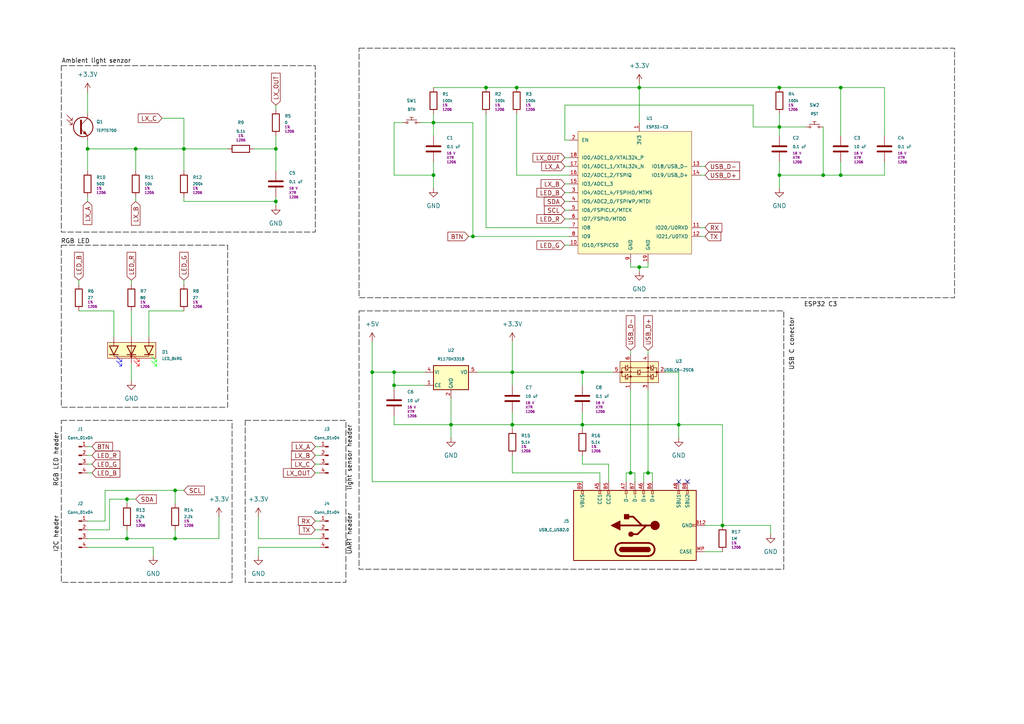
<source format=kicad_sch>
(kicad_sch (version 20231120) (generator "eeschema") (generator_version "8.0")
  (paper "A4")
  (title_block (title "AMETHIST") (date "11-05-2024") (rev "0_0") (company "GEMS - Graceful Equalising of Mechatronics Students") (comment 4 "Fakulteta za strojnistvo, Univerza v Ljublani"))
  (lib_symbols
    (symbol "GEMS_library:Capacitor" (pin_numbers hide) (pin_names (offset 0.254))
      (property "Reference" "C" (at 2.413 0 0))
      (property "Value" "Capacitor" (at 0.381 -1.524 0))
      (property "Voltage" "\"Voltage\"" (at 0 -1.27 0))
      (property "Tolerance" "\"Tolerance\"" (at 0 -2.286 0))
      (property "Case" "\"Case\"" (at 0.254 1.27 0))
      (symbol "Capacitor_1_1"
        (pin passive line (at 0 3.81 270) (length 2.794) (name "~") (number "1"))
        (pin passive line (at 0 -3.81 90) (length 2.794) (name "~") (number "2"))
      )
    )
    (symbol "GEMS_library:Conn_01x04" (pin_names (offset 1.016) hide)
      (property "Reference" "J" (at 0 3.556 0))
      (property "Value" "Conn_01x04" (at 0 -5.588 0))
      (symbol "Conn_01x04_1_1"
        (pin passive line (at 2.54 2.54 180) (length 2) (name "Pin_1") (number "1"))
        (pin passive line (at 2.54 0 180) (length 2) (name "Pin_2") (number "2"))
        (pin passive line (at 2.54 -2.54 180) (length 2) (name "Pin_3") (number "3"))
        (pin passive line (at 2.54 -5.08 180) (length 2) (name "Pin_4") (number "4"))
      )
    )
    (symbol "GEMS_library:ESP32-C3" (pin_names (offset 1.016))
      (property "Reference" "U" (at 9.652 20.574 0))
      (property "Value" "ESP32-C3" (at 7.366 -15.748 0))
      (symbol "ESP32-C3_1_1"
        (pin power_in line (at 0 22.86 270) (length 2.54) (name "3V3") (number "1"))
        (pin bidirectional line (at -20.32 -12.7 0) (length 2.54) (name "IO10/FSPICS0") (number "10"))
        (pin bidirectional line (at 17.78 -7.62 180) (length 2.54) (name "IO20/U0RXD") (number "11"))
        (pin bidirectional line (at 17.78 -10.16 180) (length 2.54) (name "IO21/U0TXD") (number "12"))
        (pin bidirectional line (at 17.78 10.16 180) (length 2.54) (name "IO18/USB_D-") (number "13"))
        (pin bidirectional line (at 17.78 7.62 180) (length 2.54) (name "IO19/USB_D+") (number "14"))
        (pin bidirectional line (at -20.32 5.08 0) (length 2.54) (name "IO3/ADC1_3") (number "15"))
        (pin bidirectional line (at -20.32 7.62 0) (length 2.54) (name "IO2/ADC1_2/FSPIQ") (number "16"))
        (pin bidirectional line (at -20.32 10.16 0) (length 2.54) (name "IO1/ADC1_1/XTAL32k_N") (number "17"))
        (pin bidirectional line (at -20.32 12.7 0) (length 2.54) (name "IO0/ADC1_0/XTAL32k_P") (number "18"))
        (pin power_in line (at 2.54 -17.78 90) (length 2.54) (name "GND") (number "19"))
        (pin input line (at -20.32 17.78 0) (length 2.54) (name "EN") (number "2"))
        (pin bidirectional line (at -20.32 2.54 0) (length 2.54) (name "IO4/ADC1_4/FSPIHD/MTMS") (number "3"))
        (pin bidirectional line (at -20.32 0 0) (length 2.54) (name "IO5/ADC2_0/FSPIWP/MTDI") (number "4"))
        (pin bidirectional line (at -20.32 -2.54 0) (length 2.54) (name "IO6/FSPICLK/MTCK") (number "5"))
        (pin bidirectional line (at -20.32 -5.08 0) (length 2.54) (name "IO7/FSPID/MTDO") (number "6"))
        (pin bidirectional line (at -20.32 -7.62 0) (length 2.54) (name "IO8") (number "7"))
        (pin bidirectional line (at -20.32 -10.16 0) (length 2.54) (name "IO9") (number "8"))
        (pin power_in line (at -2.54 -17.78 90) (length 2.54) (name "GND") (number "9"))
      )
    )
    (symbol "GEMS_library:LED_BkRG" (pin_numbers hide) (pin_names (offset 1.016) hide)
      (property "Reference" "D" (at 0.254 7.112 0))
      (property "Value" "LED_BkRG" (at -1.016 -7.366 0))
      (symbol "LED_BkRG_1_1"
        (pin passive line (at 2.54 5.08 180) (length 2.54) (name "Ablue") (number "Ab"))
        (pin passive line (at 2.54 -5.08 180) (length 2.54) (name "Agreen") (number "Ag"))
        (pin passive line (at 2.54 0 180) (length 2.54) (name "Ared") (number "Ar"))
        (pin passive line (at -5.08 0 0) (length 2.54) (name "K") (number "K"))
      )
    )
    (symbol "GEMS_library:R1170H331B" (pin_names (offset 0.254))
      (property "Reference" "U" (at 1.778 2.286 0))
      (property "Value" "R1170H331B" (at 1.778 -5.588 0))
      (symbol "R1170H331B_1_1"
        (pin input line (at -7.62 -3.81 0) (length 2.54) (name "CE") (number "1"))
        (pin power_in line (at 0 -7.62 90) (length 2.54) (name "GND") (number "2"))
        (pin no_connect line (at 5.08 -2.54 180) (length 0) hide (name "NC") (number "3"))
        (pin power_in line (at -7.62 0 0) (length 2.54) (name "VI") (number "4"))
        (pin power_out line (at 7.62 0 180) (length 2.54) (name "VO") (number "5"))
      )
    )
    (symbol "GEMS_library:Resistor" (pin_numbers hide) (pin_names (offset 0) hide)
      (property "Reference" "R" (at -0.254 -2.794 90))
      (property "Value" "Resistor" (at 0 0 90))
      (property "Tolerance" "\"Tolerance\"" (at 0.254 2.54 90))
      (property "Case" "\"Footprint\"" (at -0.254 2.54 90))
      (symbol "Resistor_1_1"
        (pin passive line (at 0 3.81 270) (length 1.27) (name "~") (number "1"))
        (pin passive line (at 0 -3.81 90) (length 1.27) (name "~") (number "2"))
      )
    )
    (symbol "GEMS_library:SW_Push_NO" (pin_numbers hide) (pin_names (offset 1.016) hide)
      (property "Reference" "SW" (at 1.27 2.54 0))
      (property "Value" "SW_Push_NO" (at 0 -0.254 0))
      (symbol "SW_Push_NO_1_1"
        (pin passive line (at 2.54 0 180) (length 1) (name "COM") (number "COM"))
        (pin passive line (at -2.54 0 0) (length 1) (name "NO") (number "NO"))
      )
    )
    (symbol "GEMS_library:TEPT5700" (pin_numbers hide) (pin_names (offset 0) hide)
      (property "Reference" "Q" (at 1.778 2.032 0))
      (property "Value" "TEPT5700" (at 4.318 -1.27 90))
      (symbol "TEPT5700_1_1"
        (pin passive line (at 2.54 2.54 270) (length 1.27) (name "C") (number "C"))
        (pin passive line (at 2.54 -5.08 90) (length 1.27) (name "E") (number "E"))
      )
    )
    (symbol "GEMS_library:USBLC6-2SC6" (pin_names hide)
      (property "Reference" "U" (at 1.778 5.842 0))
      (property "Value" "USBLC6-2SC6" (at 1.524 -5.842 0))
      (symbol "USBLC6-2SC6_1_1"
        (pin passive line (at -5.08 2.54 0) (length 2) (name "I/O1") (number "1"))
        (pin passive line (at 0 -7.62 90) (length 2) (name "GND") (number "2"))
        (pin passive line (at -5.08 -2.54 0) (length 2) (name "I/O2") (number "3"))
        (pin passive line (at 5.08 -2.54 180) (length 2) (name "I/O2") (number "4"))
        (pin passive line (at 0 7.62 270) (length 2) (name "VBUS") (number "5"))
        (pin passive line (at 5.08 2.54 180) (length 2) (name "I/O1") (number "6"))
      )
    )
    (symbol "GEMS_library:USB_C_USB2.0" (pin_names (offset 1.016))
      (property "Reference" "J" (at 8.128 18.034 0))
      (property "Value" "USB_C_USB2.0" (at 3.302 -18.034 0))
      (symbol "USB_C_USB2.0_1_1"
        (pin power_out line (at 0 -20.32 90) (length 2.54) hide (name "GND") (number "A1"))
        (pin power_out line (at 0 -20.32 90) (length 2.54) hide (name "GND") (number "A12"))
        (pin power_out line (at 12.7 15.24 180) (length 2.54) hide (name "VBUS") (number "A4"))
        (pin bidirectional line (at 12.7 10.16 180) (length 2.54) (name "CC1") (number "A5"))
        (pin bidirectional line (at 12.7 -2.54 180) (length 2.54) (name "D+") (number "A6"))
        (pin bidirectional line (at 12.7 2.54 180) (length 2.54) (name "D-") (number "A7"))
        (pin bidirectional line (at 12.7 -12.7 180) (length 2.54) (name "SBU1") (number "A8"))
        (pin power_out line (at 12.7 15.24 180) (length 2.54) hide (name "VBUS") (number "A9"))
        (pin power_out line (at 0 -20.32 90) (length 2.54) hide (name "GND") (number "B1"))
        (pin power_out line (at 0 -20.32 90) (length 2.54) (name "GND") (number "B12"))
        (pin power_out line (at 12.7 15.24 180) (length 2.54) hide (name "VBUS") (number "B4"))
        (pin bidirectional line (at 12.7 7.62 180) (length 2.54) (name "CC2") (number "B5"))
        (pin bidirectional line (at 12.7 -5.08 180) (length 2.54) (name "D+") (number "B6"))
        (pin bidirectional line (at 12.7 0 180) (length 2.54) (name "D-") (number "B7"))
        (pin bidirectional line (at 12.7 -15.24 180) (length 2.54) (name "SBU2") (number "B8"))
        (pin power_out line (at 12.7 15.24 180) (length 2.54) (name "VBUS") (number "B9"))
        (pin passive line (at -7.62 -20.32 90) (length 2.54) (name "CASE") (number "MP"))
      )
    )
    (symbol "power:+3.3V" (power) (pin_numbers hide) (pin_names (offset 0) hide)
      (property "Value" "+3.3V" (at 0 3.556 0))
      (symbol "+3.3V_1_1"
        (pin power_in line (at 0 0 90) (length 0) (name "~") (number "1"))
      )
    )
    (symbol "power:+5V" (power) (pin_numbers hide) (pin_names (offset 0) hide)
      (property "Value" "+5V" (at 0 3.556 0))
      (symbol "+5V_1_1"
        (pin power_in line (at 0 0 90) (length 0) (name "~") (number "1"))
      )
    )
    (symbol "power:GND" (power) (pin_numbers hide) (pin_names (offset 0) hide)
      (property "Value" "GND" (at 0 -3.81 0))
      (symbol "GND_1_1"
        (pin power_in line (at 0 0 270) (length 0) (name "~") (number "1"))
      )
    )
  )
  (junction (at 196.85 123.19))
  (junction (at 114.3 107.95))
  (junction (at 226.06 25.4))
  (junction (at 185.42 77.47))
  (junction (at 149.86 25.4))
  (junction (at 238.76 50.8))
  (junction (at 148.59 123.19))
  (junction (at 114.3 111.76))
  (junction (at 185.42 25.4))
  (junction (at 168.91 107.95))
  (junction (at 107.95 107.95))
  (junction (at 80.01 43.18))
  (junction (at 130.81 123.19))
  (junction (at 148.59 107.95))
  (junction (at 226.06 50.8))
  (junction (at 36.83 156.21))
  (junction (at 243.84 50.8))
  (junction (at 168.91 123.19))
  (junction (at 36.83 144.78))
  (junction (at 226.06 36.83))
  (junction (at 243.84 25.4))
  (junction (at 209.55 152.4))
  (junction (at 80.01 58.42))
  (junction (at 39.37 43.18))
  (junction (at 25.4 43.18))
  (junction (at 50.8 142.24))
  (junction (at 137.16 68.58))
  (junction (at 140.97 25.4))
  (junction (at 187.96 137.16))
  (junction (at 182.88 137.16))
  (junction (at 125.73 35.56))
  (junction (at 50.8 156.21))
  (junction (at 125.73 50.8))
  (junction (at 53.34 43.18))
  (no_connect (at 199.39 139.7))
  (no_connect (at 196.85 139.7))
  (wire (pts (xy 137.16 68.58) (xy 165.1 68.58)))
  (wire (pts (xy 39.37 57.15) (xy 39.37 58.42)))
  (wire (pts (xy 149.86 33.02) (xy 149.86 50.8)))
  (wire (pts (xy 177.8 107.95) (xy 168.91 107.95)))
  (wire (pts (xy 31.75 153.67) (xy 31.75 144.78)))
  (wire (pts (xy 91.44 137.16) (xy 92.71 137.16)))
  (wire (pts (xy 168.91 124.46) (xy 168.91 123.19)))
  (wire (pts (xy 130.81 115.57) (xy 130.81 123.19)))
  (wire (pts (xy 107.95 107.95) (xy 107.95 139.7)))
  (wire (pts (xy 182.88 101.6) (xy 182.88 102.87)))
  (wire (pts (xy 187.96 76.2) (xy 187.96 77.47)))
  (wire (pts (xy 125.73 46.99) (xy 125.73 50.8)))
  (wire (pts (xy 25.4 151.13) (xy 30.48 151.13)))
  (wire (pts (xy 114.3 35.56) (xy 114.3 50.8)))
  (wire (pts (xy 187.96 137.16) (xy 189.23 137.16)))
  (wire (pts (xy 203.2 66.04) (xy 204.47 66.04)))
  (wire (pts (xy 223.52 152.4) (xy 209.55 152.4)))
  (wire (pts (xy 256.54 50.8) (xy 243.84 50.8)))
  (wire (pts (xy 168.91 107.95) (xy 168.91 111.76)))
  (wire (pts (xy 30.48 142.24) (xy 50.8 142.24)))
  (wire (pts (xy 189.23 139.7) (xy 189.23 137.16)))
  (wire (pts (xy 140.97 25.4) (xy 149.86 25.4)))
  (wire (pts (xy 163.83 58.42) (xy 165.1 58.42)))
  (wire (pts (xy 226.06 36.83) (xy 226.06 39.37)))
  (wire (pts (xy 33.02 97.79) (xy 33.02 90.17)))
  (wire (pts (xy 25.4 137.16) (xy 26.67 137.16)))
  (wire (pts (xy 36.83 156.21) (xy 50.8 156.21)))
  (wire (pts (xy 53.34 57.15) (xy 53.34 58.42)))
  (wire (pts (xy 140.97 33.02) (xy 140.97 66.04)))
  (wire (pts (xy 22.86 90.17) (xy 33.02 90.17)))
  (wire (pts (xy 181.61 139.7) (xy 181.61 137.16)))
  (wire (pts (xy 36.83 144.78) (xy 39.37 144.78)))
  (wire (pts (xy 121.92 35.56) (xy 125.73 35.56)))
  (wire (pts (xy 114.3 107.95) (xy 114.3 111.76)))
  (wire (pts (xy 116.84 35.56) (xy 114.3 35.56)))
  (wire (pts (xy 25.4 57.15) (xy 25.4 58.42)))
  (wire (pts (xy 43.18 97.79) (xy 43.18 90.17)))
  (wire (pts (xy 91.44 132.08) (xy 92.71 132.08)))
  (wire (pts (xy 114.3 123.19) (xy 130.81 123.19)))
  (wire (pts (xy 38.1 90.17) (xy 38.1 97.79)))
  (wire (pts (xy 30.48 151.13) (xy 30.48 142.24)))
  (wire (pts (xy 114.3 111.76) (xy 123.19 111.76)))
  (wire (pts (xy 168.91 132.08) (xy 168.91 134.62)))
  (wire (pts (xy 226.06 25.4) (xy 243.84 25.4)))
  (wire (pts (xy 148.59 107.95) (xy 138.43 107.95)))
  (wire (pts (xy 50.8 142.24) (xy 53.34 142.24)))
  (wire (pts (xy 125.73 50.8) (xy 125.73 54.61)))
  (wire (pts (xy 25.4 40.64) (xy 25.4 43.18)))
  (wire (pts (xy 80.01 57.15) (xy 80.01 58.42)))
  (wire (pts (xy 203.2 68.58) (xy 204.47 68.58)))
  (wire (pts (xy 36.83 144.78) (xy 36.83 146.05)))
  (wire (pts (xy 173.99 137.16) (xy 173.99 139.7)))
  (wire (pts (xy 53.34 43.18) (xy 39.37 43.18)))
  (wire (pts (xy 80.01 43.18) (xy 80.01 49.53)))
  (wire (pts (xy 125.73 33.02) (xy 125.73 35.56)))
  (wire (pts (xy 148.59 123.19) (xy 168.91 123.19)))
  (wire (pts (xy 44.45 158.75) (xy 44.45 161.29)))
  (wire (pts (xy 25.4 134.62) (xy 26.67 134.62)))
  (wire (pts (xy 137.16 35.56) (xy 137.16 68.58)))
  (wire (pts (xy 125.73 35.56) (xy 137.16 35.56)))
  (wire (pts (xy 196.85 123.19) (xy 196.85 127)))
  (wire (pts (xy 185.42 77.47) (xy 185.42 78.74)))
  (wire (pts (xy 193.04 107.95) (xy 196.85 107.95)))
  (wire (pts (xy 25.4 129.54) (xy 26.67 129.54)))
  (wire (pts (xy 149.86 50.8) (xy 165.1 50.8)))
  (wire (pts (xy 185.42 77.47) (xy 187.96 77.47)))
  (wire (pts (xy 148.59 99.06) (xy 148.59 107.95)))
  (wire (pts (xy 38.1 81.28) (xy 38.1 82.55)))
  (wire (pts (xy 226.06 36.83) (xy 233.68 36.83)))
  (wire (pts (xy 256.54 25.4) (xy 243.84 25.4)))
  (wire (pts (xy 80.01 58.42) (xy 80.01 59.69)))
  (wire (pts (xy 125.73 25.4) (xy 140.97 25.4)))
  (wire (pts (xy 92.71 158.75) (xy 74.93 158.75)))
  (wire (pts (xy 73.66 43.18) (xy 80.01 43.18)))
  (wire (pts (xy 43.18 90.17) (xy 53.34 90.17)))
  (wire (pts (xy 53.34 81.28) (xy 53.34 82.55)))
  (wire (pts (xy 243.84 39.37) (xy 243.84 25.4)))
  (wire (pts (xy 182.88 113.03) (xy 182.88 137.16)))
  (wire (pts (xy 186.69 137.16) (xy 187.96 137.16)))
  (wire (pts (xy 114.3 120.65) (xy 114.3 123.19)))
  (wire (pts (xy 148.59 123.19) (xy 148.59 124.46)))
  (wire (pts (xy 226.06 33.02) (xy 226.06 36.83)))
  (wire (pts (xy 53.34 49.53) (xy 53.34 43.18)))
  (wire (pts (xy 163.83 53.34) (xy 165.1 53.34)))
  (wire (pts (xy 163.83 30.48) (xy 163.83 40.64)))
  (wire (pts (xy 135.89 68.58) (xy 137.16 68.58)))
  (wire (pts (xy 209.55 123.19) (xy 196.85 123.19)))
  (wire (pts (xy 36.83 153.67) (xy 36.83 156.21)))
  (wire (pts (xy 107.95 107.95) (xy 114.3 107.95)))
  (wire (pts (xy 176.53 134.62) (xy 176.53 139.7)))
  (wire (pts (xy 148.59 137.16) (xy 173.99 137.16)))
  (wire (pts (xy 148.59 107.95) (xy 148.59 111.76)))
  (wire (pts (xy 168.91 123.19) (xy 196.85 123.19)))
  (wire (pts (xy 63.5 149.86) (xy 63.5 156.21)))
  (wire (pts (xy 223.52 154.94) (xy 223.52 152.4)))
  (wire (pts (xy 226.06 50.8) (xy 238.76 50.8)))
  (wire (pts (xy 31.75 144.78) (xy 36.83 144.78)))
  (wire (pts (xy 182.88 76.2) (xy 182.88 77.47)))
  (wire (pts (xy 140.97 66.04) (xy 165.1 66.04)))
  (wire (pts (xy 25.4 153.67) (xy 31.75 153.67)))
  (wire (pts (xy 204.47 160.02) (xy 209.55 160.02)))
  (wire (pts (xy 114.3 50.8) (xy 125.73 50.8)))
  (wire (pts (xy 187.96 113.03) (xy 187.96 137.16)))
  (wire (pts (xy 168.91 119.38) (xy 168.91 123.19)))
  (wire (pts (xy 203.2 50.8) (xy 204.47 50.8)))
  (wire (pts (xy 163.83 63.5) (xy 165.1 63.5)))
  (wire (pts (xy 256.54 46.99) (xy 256.54 50.8)))
  (wire (pts (xy 114.3 107.95) (xy 123.19 107.95)))
  (wire (pts (xy 53.34 58.42) (xy 80.01 58.42)))
  (wire (pts (xy 209.55 152.4) (xy 209.55 123.19)))
  (wire (pts (xy 243.84 46.99) (xy 243.84 50.8)))
  (wire (pts (xy 39.37 43.18) (xy 25.4 43.18)))
  (wire (pts (xy 130.81 123.19) (xy 148.59 123.19)))
  (wire (pts (xy 218.44 30.48) (xy 163.83 30.48)))
  (wire (pts (xy 53.34 34.29) (xy 53.34 43.18)))
  (wire (pts (xy 148.59 132.08) (xy 148.59 137.16)))
  (wire (pts (xy 80.01 31.75) (xy 80.01 30.48)))
  (wire (pts (xy 91.44 129.54) (xy 92.71 129.54)))
  (wire (pts (xy 25.4 158.75) (xy 44.45 158.75)))
  (wire (pts (xy 25.4 26.67) (xy 25.4 33.02)))
  (wire (pts (xy 226.06 36.83) (xy 218.44 36.83)))
  (wire (pts (xy 91.44 153.67) (xy 92.71 153.67)))
  (wire (pts (xy 74.93 156.21) (xy 74.93 149.86)))
  (wire (pts (xy 204.47 48.26) (xy 203.2 48.26)))
  (wire (pts (xy 182.88 77.47) (xy 185.42 77.47)))
  (wire (pts (xy 50.8 156.21) (xy 63.5 156.21)))
  (wire (pts (xy 130.81 123.19) (xy 130.81 127)))
  (wire (pts (xy 53.34 43.18) (xy 66.04 43.18)))
  (wire (pts (xy 74.93 158.75) (xy 74.93 161.29)))
  (wire (pts (xy 243.84 50.8) (xy 238.76 50.8)))
  (wire (pts (xy 149.86 25.4) (xy 185.42 25.4)))
  (wire (pts (xy 163.83 45.72) (xy 165.1 45.72)))
  (wire (pts (xy 163.83 71.12) (xy 165.1 71.12)))
  (wire (pts (xy 168.91 107.95) (xy 148.59 107.95)))
  (wire (pts (xy 107.95 139.7) (xy 168.91 139.7)))
  (wire (pts (xy 226.06 50.8) (xy 226.06 54.61)))
  (wire (pts (xy 187.96 101.6) (xy 187.96 102.87)))
  (wire (pts (xy 25.4 132.08) (xy 26.67 132.08)))
  (wire (pts (xy 50.8 142.24) (xy 50.8 146.05)))
  (wire (pts (xy 204.47 152.4) (xy 209.55 152.4)))
  (wire (pts (xy 91.44 134.62) (xy 92.71 134.62)))
  (wire (pts (xy 46.99 34.29) (xy 53.34 34.29)))
  (wire (pts (xy 125.73 35.56) (xy 125.73 39.37)))
  (wire (pts (xy 185.42 25.4) (xy 226.06 25.4)))
  (wire (pts (xy 163.83 40.64) (xy 165.1 40.64)))
  (wire (pts (xy 38.1 105.41) (xy 38.1 110.49)))
  (wire (pts (xy 163.83 48.26) (xy 165.1 48.26)))
  (wire (pts (xy 186.69 139.7) (xy 186.69 137.16)))
  (wire (pts (xy 25.4 43.18) (xy 25.4 49.53)))
  (wire (pts (xy 25.4 156.21) (xy 36.83 156.21)))
  (wire (pts (xy 168.91 134.62) (xy 176.53 134.62)))
  (wire (pts (xy 184.15 139.7) (xy 184.15 137.16)))
  (wire (pts (xy 185.42 24.13) (xy 185.42 25.4)))
  (wire (pts (xy 114.3 111.76) (xy 114.3 113.03)))
  (wire (pts (xy 226.06 46.99) (xy 226.06 50.8)))
  (wire (pts (xy 181.61 137.16) (xy 182.88 137.16)))
  (wire (pts (xy 22.86 81.28) (xy 22.86 82.55)))
  (wire (pts (xy 39.37 49.53) (xy 39.37 43.18)))
  (wire (pts (xy 238.76 36.83) (xy 238.76 50.8)))
  (wire (pts (xy 50.8 153.67) (xy 50.8 156.21)))
  (wire (pts (xy 92.71 156.21) (xy 74.93 156.21)))
  (wire (pts (xy 91.44 151.13) (xy 92.71 151.13)))
  (wire (pts (xy 196.85 107.95) (xy 196.85 123.19)))
  (wire (pts (xy 256.54 39.37) (xy 256.54 25.4)))
  (wire (pts (xy 182.88 137.16) (xy 184.15 137.16)))
  (wire (pts (xy 163.83 55.88) (xy 165.1 55.88)))
  (wire (pts (xy 80.01 39.37) (xy 80.01 43.18)))
  (wire (pts (xy 107.95 99.06) (xy 107.95 107.95)))
  (wire (pts (xy 218.44 36.83) (xy 218.44 30.48)))
  (wire (pts (xy 185.42 25.4) (xy 185.42 35.56)))
  (wire (pts (xy 163.83 60.96) (xy 165.1 60.96)))
  (wire (pts (xy 148.59 119.38) (xy 148.59 123.19)))
  (rectangle (start 17.78 121.92) (end 67.31 168.91) (stroke (width 0) (type dash) (color 0 0 0 1)))
  (rectangle (start 104.14 90.17) (end 227.33 165.1) (stroke (width 0) (type dash) (color 0 0 0 1)))
  (rectangle (start 104.14 13.97) (end 276.86 86.36) (stroke (width 0) (type dash) (color 0 0 0 1)))
  (rectangle (start 17.78 71.12) (end 66.04 118.11) (stroke (width 0) (type dash) (color 0 0 0 1)))
  (rectangle (start 17.78 19.05) (end 91.44 67.31) (stroke (width 0) (type dash) (color 0 0 0 1)))
  (rectangle (start 71.12 121.92) (end 100.33 168.91) (stroke (width 0) (type dash) (color 0 0 0 1)))
  (text "ESP32 C3" (at 237.998 88.392 0) (effects (font (size 1.27 1.27))))
  (text "RGB LED header" (at 16.256 133.35 90) (effects (font (size 1.27 1.27))))
  (text "UART header" (at 101.346 154.94 90) (effects (font (size 1.27 1.27))))
  (text "I2C header" (at 16.256 154.94 90) (effects (font (size 1.27 1.27))))
  (text "RGB LED" (at 21.844 70.104 0) (effects (font (size 1.27 1.27))))
  (text "Ambient light senzor" (at 27.94 17.78 0) (effects (font (size 1.27 1.27))))
  (text "light sensor header" (at 101.346 132.842 90) (effects (font (size 1.27 1.27))))
  (text "USB C conector" (at 229.616 99.822 90) (effects (font (size 1.27 1.27))))
  (global_label "LED_R" (shape input) (at 38.1 81.28 90) (property "Intersheetrefs" "${INTERSHEET_REFS}" (effects (hide yes))))
  (global_label "LX_A" (shape input) (at 25.4 58.42 270) (property "Intersheetrefs" "${INTERSHEET_REFS}" (effects (hide yes))))
  (global_label "LX_B" (shape input) (at 163.83 53.34 180) (property "Intersheetrefs" "${INTERSHEET_REFS}" (effects (hide yes))))
  (global_label "RX" (shape input) (at 91.44 151.13 180) (property "Intersheetrefs" "${INTERSHEET_REFS}" (effects (hide yes))))
  (global_label "BTN" (shape input) (at 26.67 129.54 0) (property "Intersheetrefs" "${INTERSHEET_REFS}" (effects (hide yes))))
  (global_label "TX" (shape input) (at 204.47 68.58 0) (property "Intersheetrefs" "${INTERSHEET_REFS}" (effects (hide yes))))
  (global_label "LED_R" (shape input) (at 26.67 132.08 0) (property "Intersheetrefs" "${INTERSHEET_REFS}" (effects (hide yes))))
  (global_label "LED_B" (shape input) (at 163.83 55.88 180) (property "Intersheetrefs" "${INTERSHEET_REFS}" (effects (hide yes))))
  (global_label "LED_B" (shape input) (at 26.67 137.16 0) (property "Intersheetrefs" "${INTERSHEET_REFS}" (effects (hide yes))))
  (global_label "LED_G" (shape input) (at 53.34 81.28 90) (property "Intersheetrefs" "${INTERSHEET_REFS}" (effects (hide yes))))
  (global_label "SCL" (shape input) (at 53.34 142.24 0) (property "Intersheetrefs" "${INTERSHEET_REFS}" (effects (hide yes))))
  (global_label "LX_OUT" (shape input) (at 91.44 137.16 180) (property "Intersheetrefs" "${INTERSHEET_REFS}" (effects (hide yes))))
  (global_label "USB_D-" (shape input) (at 182.88 101.6 90) (property "Intersheetrefs" "${INTERSHEET_REFS}" (effects (hide yes))))
  (global_label "LED_G" (shape input) (at 163.83 71.12 180) (property "Intersheetrefs" "${INTERSHEET_REFS}" (effects (hide yes))))
  (global_label "LX_OUT" (shape input) (at 80.01 30.48 90) (property "Intersheetrefs" "${INTERSHEET_REFS}" (effects (hide yes))))
  (global_label "USB_D+" (shape input) (at 187.96 101.6 90) (property "Intersheetrefs" "${INTERSHEET_REFS}" (effects (hide yes))))
  (global_label "LX_C" (shape input) (at 91.44 134.62 180) (property "Intersheetrefs" "${INTERSHEET_REFS}" (effects (hide yes))))
  (global_label "RX" (shape input) (at 204.47 66.04 0) (property "Intersheetrefs" "${INTERSHEET_REFS}" (effects (hide yes))))
  (global_label "LX_A" (shape input) (at 91.44 129.54 180) (property "Intersheetrefs" "${INTERSHEET_REFS}" (effects (hide yes))))
  (global_label "LED_B" (shape input) (at 22.86 81.28 90) (property "Intersheetrefs" "${INTERSHEET_REFS}" (effects (hide yes))))
  (global_label "SCL" (shape input) (at 163.83 60.96 180) (property "Intersheetrefs" "${INTERSHEET_REFS}" (effects (hide yes))))
  (global_label "LED_G" (shape input) (at 26.67 134.62 0) (property "Intersheetrefs" "${INTERSHEET_REFS}" (effects (hide yes))))
  (global_label "USB_D+" (shape input) (at 204.47 50.8 0) (property "Intersheetrefs" "${INTERSHEET_REFS}" (effects (hide yes))))
  (global_label "LX_OUT" (shape input) (at 163.83 45.72 180) (property "Intersheetrefs" "${INTERSHEET_REFS}" (effects (hide yes))))
  (global_label "TX" (shape input) (at 91.44 153.67 180) (property "Intersheetrefs" "${INTERSHEET_REFS}" (effects (hide yes))))
  (global_label "USB_D-" (shape input) (at 204.47 48.26 0) (property "Intersheetrefs" "${INTERSHEET_REFS}" (effects (hide yes))))
  (global_label "LX_C" (shape input) (at 46.99 34.29 180) (property "Intersheetrefs" "${INTERSHEET_REFS}" (effects (hide yes))))
  (global_label "SDA" (shape input) (at 163.83 58.42 180) (property "Intersheetrefs" "${INTERSHEET_REFS}" (effects (hide yes))))
  (global_label "BTN" (shape input) (at 135.89 68.58 180) (property "Intersheetrefs" "${INTERSHEET_REFS}" (effects (hide yes))))
  (global_label "LX_B" (shape input) (at 91.44 132.08 180) (property "Intersheetrefs" "${INTERSHEET_REFS}" (effects (hide yes))))
  (global_label "LED_R" (shape input) (at 163.83 63.5 180) (property "Intersheetrefs" "${INTERSHEET_REFS}" (effects (hide yes))))
  (global_label "LX_B" (shape input) (at 39.37 58.42 270) (property "Intersheetrefs" "${INTERSHEET_REFS}" (effects (hide yes))))
  (global_label "SDA" (shape input) (at 39.37 144.78 0) (property "Intersheetrefs" "${INTERSHEET_REFS}" (effects (hide yes))))
  (global_label "LX_A" (shape input) (at 163.83 48.26 180) (property "Intersheetrefs" "${INTERSHEET_REFS}" (effects (hide yes))))
  (symbol (lib_id "GEMS_library:Capacitor") (at 168.91 115.57 0) (unit 1)
    (property "Reference" "C8" (at 172.72 112.395 0) (effects (font (size 0.9 0.9)) (justify left)))
    (property "Value" "0.1 uF" (at 172.72 114.935 0) (effects (font (size 0.8 0.8)) (justify left)))
    (property "Footprint" "GEMS_library:C_1206_(3216)" (effects (hide yes)))
    (property "Description" "Unpolarized capacitor" (effects (hide yes)))
    (property "Voltage" "16 V" (at 172.72 116.84 0) (effects (font (size 0.7 0.7)) (justify left)))
    (property "Tolerance" "X7R" (at 172.72 118.11 0) (effects (font (size 0.7 0.7)) (justify left)))
    (property "Case" "1206" (at 172.72 119.38 0) (effects (font (size 0.7 0.7)) (justify left)))
  )
  (symbol (lib_id "GEMS_library:Resistor") (at 209.55 156.21 0) (unit 1)
    (property "Reference" "R17" (at 212.09 154.305 0) (effects (font (size 0.889 0.889)) (justify left)))
    (property "Value" "1M" (at 212.09 156.21 0) (effects (font (size 0.7874 0.7874)) (justify left)))
    (property "Footprint" "GEMS_library:R_1206_(3216)" (effects (hide yes)))
    (property "Description" "Resistor" (effects (hide yes)))
    (property "Tolerance" "1%" (at 212.09 157.4799 0) (effects (font (size 0.7112 0.7112)) (justify left)))
    (property "Case" "1206" (at 212.09 158.7499 0) (effects (font (size 0.7112 0.7112)) (justify left)))
  )
  (symbol (lib_id "GEMS_library:SW_Push_NO") (at 236.22 36.83 0) (unit 1)
    (property "Reference" "SW2" (at 236.22 30.48 0) (effects (font (size 0.9 0.9))))
    (property "Value" "RST" (at 236.22 33.02 0) (effects (font (size 0.8 0.8))))
    (property "Footprint" "GEMS_library:SW_PUSH_6mm_SMD" (effects (hide yes)))
    (property "Datasheet" "https://www.ckswitches.com/media/1471/pts645.pdf" (effects (hide yes)))
    (property "Description" "Push button switch, generic, two pins" (effects (hide yes)))
  )
  (symbol (lib_id "power:GND") (at 223.52 154.94 0) (unit 1)
    (property "Reference" "#PWR011" (effects (hide yes)))
    (property "Value" "GND" (at 223.52 160.02 0))
    (property "Description" "Power symbol creates a global label with name \"GND\" , ground" (effects (hide yes)))
  )
  (symbol (lib_id "power:GND") (at 196.85 127 0) (unit 1)
    (property "Reference" "#PWR09" (effects (hide yes)))
    (property "Value" "GND" (at 196.85 132.08 0))
    (property "Description" "Power symbol creates a global label with name \"GND\" , ground" (effects (hide yes)))
  )
  (symbol (lib_id "GEMS_library:Resistor") (at 38.1 86.36 0) (unit 1)
    (property "Reference" "R7" (at 40.64 84.455 0) (effects (font (size 0.889 0.889)) (justify left)))
    (property "Value" "80" (at 40.64 86.36 0) (effects (font (size 0.7874 0.7874)) (justify left)))
    (property "Footprint" "GEMS_library:R_1206_(3216)" (effects (hide yes)))
    (property "Description" "Resistor" (effects (hide yes)))
    (property "Tolerance" "1%" (at 40.64 87.6299 0) (effects (font (size 0.7112 0.7112)) (justify left)))
    (property "Case" "1206" (at 40.64 88.8999 0) (effects (font (size 0.7112 0.7112)) (justify left)))
  )
  (symbol (lib_id "GEMS_library:Capacitor") (at 243.84 43.18 0) (unit 1)
    (property "Reference" "C3" (at 247.65 40.005 0) (effects (font (size 0.9 0.9)) (justify left)))
    (property "Value" "10 uF" (at 247.65 42.545 0) (effects (font (size 0.8 0.8)) (justify left)))
    (property "Footprint" "GEMS_library:C_1206_(3216)" (effects (hide yes)))
    (property "Description" "Unpolarized capacitor" (effects (hide yes)))
    (property "Voltage" "16 V" (at 247.65 44.45 0) (effects (font (size 0.7 0.7)) (justify left)))
    (property "Tolerance" "X7R" (at 247.65 45.72 0) (effects (font (size 0.7 0.7)) (justify left)))
    (property "Case" "1206" (at 247.65 46.99 0) (effects (font (size 0.7 0.7)) (justify left)))
  )
  (symbol (lib_id "GEMS_library:Capacitor") (at 256.54 43.18 0) (unit 1)
    (property "Reference" "C4" (at 260.35 40.005 0) (effects (font (size 0.9 0.9)) (justify left)))
    (property "Value" "0.1 uF" (at 260.35 42.545 0) (effects (font (size 0.8 0.8)) (justify left)))
    (property "Footprint" "GEMS_library:C_1206_(3216)" (effects (hide yes)))
    (property "Description" "Unpolarized capacitor" (effects (hide yes)))
    (property "Voltage" "16 V" (at 260.35 44.45 0) (effects (font (size 0.7 0.7)) (justify left)))
    (property "Tolerance" "X7R" (at 260.35 45.72 0) (effects (font (size 0.7 0.7)) (justify left)))
    (property "Case" "1206" (at 260.35 46.99 0) (effects (font (size 0.7 0.7)) (justify left)))
  )
  (symbol (lib_id "power:+5V") (at 107.95 99.06 0) (unit 1)
    (property "Reference" "#PWR012" (effects (hide yes)))
    (property "Value" "+5V" (at 107.95 93.98 0))
    (property "Description" "Power symbol creates a global label with name \"+5V\"" (effects (hide yes)))
  )
  (symbol (lib_id "power:GND") (at 38.1 110.49 0) (unit 1)
    (property "Reference" "#PWR03" (effects (hide yes)))
    (property "Value" "GND" (at 38.1 115.57 0))
    (property "Description" "Power symbol creates a global label with name \"GND\" , ground" (effects (hide yes)))
  )
  (symbol (lib_id "GEMS_library:Capacitor") (at 114.3 116.84 0) (unit 1)
    (property "Reference" "C6" (at 118.11 113.665 0) (effects (font (size 0.9 0.9)) (justify left)))
    (property "Value" "10 uF" (at 118.11 116.205 0) (effects (font (size 0.8 0.8)) (justify left)))
    (property "Footprint" "GEMS_library:C_1206_(3216)" (effects (hide yes)))
    (property "Description" "Unpolarized capacitor" (effects (hide yes)))
    (property "Voltage" "16 V" (at 118.11 118.11 0) (effects (font (size 0.7 0.7)) (justify left)))
    (property "Tolerance" "X7R" (at 118.11 119.38 0) (effects (font (size 0.7 0.7)) (justify left)))
    (property "Case" "1206" (at 118.11 120.65 0) (effects (font (size 0.7 0.7)) (justify left)))
  )
  (symbol (lib_id "GEMS_library:Resistor") (at 140.97 29.21 0) (unit 1)
    (property "Reference" "R2" (at 143.51 27.305 0) (effects (font (size 0.889 0.889)) (justify left)))
    (property "Value" "100k" (at 143.51 29.21 0) (effects (font (size 0.7874 0.7874)) (justify left)))
    (property "Footprint" "GEMS_library:R_1206_(3216)" (effects (hide yes)))
    (property "Description" "Resistor" (effects (hide yes)))
    (property "Tolerance" "1%" (at 143.51 30.4799 0) (effects (font (size 0.7112 0.7112)) (justify left)))
    (property "Case" "1206" (at 143.51 31.7499 0) (effects (font (size 0.7112 0.7112)) (justify left)))
  )
  (symbol (lib_id "power:+3.3V") (at 63.5 149.86 0) (unit 1)
    (property "Reference" "#PWR04" (effects (hide yes)))
    (property "Value" "+3.3V" (at 63.5 144.78 0))
    (property "Description" "Power symbol creates a global label with name \"+3.3V\"" (effects (hide yes)))
  )
  (symbol (lib_id "GEMS_library:Resistor") (at 22.86 86.36 0) (unit 1)
    (property "Reference" "R6" (at 25.4 84.455 0) (effects (font (size 0.889 0.889)) (justify left)))
    (property "Value" "27" (at 25.4 86.36 0) (effects (font (size 0.7874 0.7874)) (justify left)))
    (property "Footprint" "GEMS_library:R_1206_(3216)" (effects (hide yes)))
    (property "Description" "Resistor" (effects (hide yes)))
    (property "Tolerance" "1%" (at 25.4 87.6299 0) (effects (font (size 0.7112 0.7112)) (justify left)))
    (property "Case" "1206" (at 25.4 88.8999 0) (effects (font (size 0.7112 0.7112)) (justify left)))
  )
  (symbol (lib_id "GEMS_library:Resistor") (at 148.59 128.27 0) (unit 1)
    (property "Reference" "R15" (at 151.13 126.365 0) (effects (font (size 0.889 0.889)) (justify left)))
    (property "Value" "5.1k" (at 151.13 128.27 0) (effects (font (size 0.7874 0.7874)) (justify left)))
    (property "Footprint" "GEMS_library:R_1206_(3216)" (effects (hide yes)))
    (property "Description" "Resistor" (effects (hide yes)))
    (property "Tolerance" "1%" (at 151.13 129.5399 0) (effects (font (size 0.7112 0.7112)) (justify left)))
    (property "Case" "1206" (at 151.13 130.8099 0) (effects (font (size 0.7112 0.7112)) (justify left)))
  )
  (symbol (lib_id "GEMS_library:R1170H331B") (at 130.81 107.95 0) (unit 1)
    (property "Reference" "U2" (at 130.81 101.6 0) (effects (font (size 0.9 0.9))))
    (property "Value" "R1170H331B" (at 130.81 104.14 0) (effects (font (size 0.8 0.8))))
    (property "Footprint" "GEMS_library:SOT-89-5" (effects (hide yes)))
    (property "Datasheet" "https://eu.mouser.com/datasheet/2/294/r1170_ea-3219814.pdf" (effects (hide yes)))
    (property "Description" "Voltage Regulator, LDO, Enable controll" (effects (hide yes)))
    (property "Suplier1" "Mouser" (effects (hide yes)))
    (property "Suplier1 no." "848-R1170H331BT1FE" (effects (hide yes)))
    (property "Suplier2" "DigiKey" (effects (hide yes)))
    (property "Suplier2 no." "2129-R1170H331B-T1-FETR-ND" (effects (hide yes)))
  )
  (symbol (lib_id "GEMS_library:Conn_01x04") (at 22.86 153.67 0) (unit 1)
    (property "Reference" "J2" (at 23.2918 146.05 0) (effects (font (size 0.9 0.9))))
    (property "Value" "Conn_01x04" (at 23.2918 148.59 0) (effects (font (size 0.8 0.8))))
    (property "Footprint" "GEMS_library:PinHeader_1x04_P2.54mm_Vertical" (effects (hide yes)))
    (property "Description" "Generic connector, single row, 01x04" (effects (hide yes)))
  )
  (symbol (lib_id "power:+3.3V") (at 148.59 99.06 0) (unit 1)
    (property "Reference" "#PWR010" (effects (hide yes)))
    (property "Value" "+3.3V" (at 148.59 93.98 0))
    (property "Description" "Power symbol creates a global label with name \"+3.3V\"" (effects (hide yes)))
  )
  (symbol (lib_id "power:+3.3V") (at 74.93 149.86 0) (unit 1)
    (property "Reference" "#PWR06" (effects (hide yes)))
    (property "Value" "+3.3V" (at 74.93 144.78 0))
    (property "Description" "Power symbol creates a global label with name \"+3.3V\"" (effects (hide yes)))
  )
  (symbol (lib_id "power:GND") (at 130.81 127 0) (unit 1)
    (property "Reference" "#PWR08" (effects (hide yes)))
    (property "Value" "GND" (at 130.81 132.08 0))
    (property "Description" "Power symbol creates a global label with name \"GND\" , ground" (effects (hide yes)))
  )
  (symbol (lib_id "GEMS_library:Resistor") (at 53.34 86.36 0) (unit 1)
    (property "Reference" "R8" (at 55.88 84.455 0) (effects (font (size 0.889 0.889)) (justify left)))
    (property "Value" "27" (at 55.88 86.36 0) (effects (font (size 0.7874 0.7874)) (justify left)))
    (property "Footprint" "GEMS_library:R_1206_(3216)" (effects (hide yes)))
    (property "Description" "Resistor" (effects (hide yes)))
    (property "Tolerance" "1%" (at 55.88 87.6299 0) (effects (font (size 0.7112 0.7112)) (justify left)))
    (property "Case" "1206" (at 55.88 88.8999 0) (effects (font (size 0.7112 0.7112)) (justify left)))
  )
  (symbol (lib_id "GEMS_library:Conn_01x04") (at 95.25 153.67 0) (mirror y) (unit 1)
    (property "Reference" "J4" (at 94.8182 146.05 0) (effects (font (size 0.9 0.9))))
    (property "Value" "Conn_01x04" (at 94.8182 148.59 0) (effects (font (size 0.8 0.8))))
    (property "Footprint" "GEMS_library:PinHeader_1x04_P2.54mm_Vertical" (effects (hide yes)))
    (property "Description" "Generic connector, single row, 01x04" (effects (hide yes)))
  )
  (symbol (lib_id "power:GND") (at 226.06 54.61 0) (unit 1)
    (property "Reference" "#PWR015" (effects (hide yes)))
    (property "Value" "GND" (at 226.06 59.69 0))
    (property "Description" "Power symbol creates a global label with name \"GND\" , ground" (effects (hide yes)))
  )
  (symbol (lib_id "GEMS_library:Resistor") (at 36.83 149.86 0) (unit 1)
    (property "Reference" "R13" (at 39.37 147.955 0) (effects (font (size 0.889 0.889)) (justify left)))
    (property "Value" "2.2k" (at 39.37 149.86 0) (effects (font (size 0.7874 0.7874)) (justify left)))
    (property "Footprint" "GEMS_library:R_1206_(3216)" (effects (hide yes)))
    (property "Description" "Resistor" (effects (hide yes)))
    (property "Tolerance" "1%" (at 39.37 151.1299 0) (effects (font (size 0.7112 0.7112)) (justify left)))
    (property "Case" "1206" (at 39.37 152.3999 0) (effects (font (size 0.7112 0.7112)) (justify left)))
  )
  (symbol (lib_id "power:+3.3V") (at 25.4 26.67 0) (unit 1)
    (property "Reference" "#PWR01" (effects (hide yes)))
    (property "Value" "+3.3V" (at 25.4 21.59 0))
    (property "Description" "Power symbol creates a global label with name \"+3.3V\"" (effects (hide yes)))
  )
  (symbol (lib_id "GEMS_library:Resistor") (at 39.37 53.34 0) (unit 1)
    (property "Reference" "R11" (at 41.91 51.435 0) (effects (font (size 0.889 0.889)) (justify left)))
    (property "Value" "10k" (at 41.91 53.34 0) (effects (font (size 0.7874 0.7874)) (justify left)))
    (property "Footprint" "GEMS_library:R_1206_(3216)" (effects (hide yes)))
    (property "Description" "Resistor" (effects (hide yes)))
    (property "Tolerance" "1%" (at 41.91 54.6099 0) (effects (font (size 0.7112 0.7112)) (justify left)))
    (property "Case" "1206" (at 41.91 55.8799 0) (effects (font (size 0.7112 0.7112)) (justify left)))
  )
  (symbol (lib_id "GEMS_library:Resistor") (at 168.91 128.27 0) (unit 1)
    (property "Reference" "R16" (at 171.45 126.365 0) (effects (font (size 0.889 0.889)) (justify left)))
    (property "Value" "5.1k" (at 171.45 128.27 0) (effects (font (size 0.7874 0.7874)) (justify left)))
    (property "Footprint" "GEMS_library:R_1206_(3216)" (effects (hide yes)))
    (property "Description" "Resistor" (effects (hide yes)))
    (property "Tolerance" "1%" (at 171.45 129.5399 0) (effects (font (size 0.7112 0.7112)) (justify left)))
    (property "Case" "1206" (at 171.45 130.8099 0) (effects (font (size 0.7112 0.7112)) (justify left)))
  )
  (symbol (lib_id "GEMS_library:Conn_01x04") (at 22.86 132.08 0) (unit 1)
    (property "Reference" "J1" (at 23.2918 124.46 0) (effects (font (size 0.9 0.9))))
    (property "Value" "Conn_01x04" (at 23.2918 127 0) (effects (font (size 0.8 0.8))))
    (property "Footprint" "GEMS_library:PinHeader_1x04_P2.54mm_Vertical" (effects (hide yes)))
    (property "Description" "Generic connector, single row, 01x04" (effects (hide yes)))
  )
  (symbol (lib_id "GEMS_library:USBLC6-2SC6") (at 185.42 107.95 90) (unit 1)
    (property "Reference" "U3" (at 196.85 104.7531 90) (effects (font (size 0.9 0.9))))
    (property "Value" "USBLC6-2SC6" (at 196.85 107.2931 90) (effects (font (size 0.8 0.8))))
    (property "Footprint" "GEMS_library:SOT-23-6" (effects (hide yes)))
    (property "Datasheet" "https://www.st.com/resource/en/datasheet/usblc6-2.pdf" (effects (hide yes)))
    (property "Description" "Very low capacitance ESD protection diode, 2 data-line, SOT-23-6" (effects (hide yes)))
    (property "Suplier1" "Mouser" (effects (hide yes)))
    (property "Suplier1 no." "511-USBLC6-2SC6" (effects (hide yes)))
    (property "Suplier2" "DigiKey" (effects (hide yes)))
    (property "Suplier2 no." "497-5235-2-ND" (effects (hide yes)))
  )
  (symbol (lib_id "GEMS_library:USB_C_USB2.0") (at 184.15 152.4 90) (unit 1)
    (property "Reference" "J5" (at 165.1 151.13 90) (effects (font (size 0.9 0.9)) (justify left)))
    (property "Value" "USB_C_USB2.0" (at 165.1 153.67 90) (effects (font (size 0.8 0.8)) (justify left)))
    (property "Footprint" "GEMS_library:USB-C_MOLEX-216990-0001" (effects (hide yes)))
    (property "Datasheet" "https://www.molex.com/en-us/products/part-detail/2169900001?display=pdf" (effects (hide yes)))
    (property "Description" "USB 2.0-only Type-C Receptacle connector" (effects (hide yes)))
    (property "USB-C_spec" "https://www.usb.org/sites/default/files/USB%20Type-C%20Spec%20R2.0%20-%20August%202019.pdf" (effects (hide yes)))
    (property "Suplier1" "Mouser" (effects (hide yes)))
    (property "Suplier1 no." "538-216990-0001" (effects (hide yes)))
    (property "Suplier2" "DigiKey" (effects (hide yes)))
    (property "Suplier2 no." "900-2169900001TR-ND" (effects (hide yes)))
  )
  (symbol (lib_id "GEMS_library:Capacitor") (at 148.59 115.57 0) (unit 1)
    (property "Reference" "C7" (at 152.4 112.395 0) (effects (font (size 0.9 0.9)) (justify left)))
    (property "Value" "10 uF" (at 152.4 114.935 0) (effects (font (size 0.8 0.8)) (justify left)))
    (property "Footprint" "GEMS_library:C_1206_(3216)" (effects (hide yes)))
    (property "Description" "Unpolarized capacitor" (effects (hide yes)))
    (property "Voltage" "16 V" (at 152.4 116.84 0) (effects (font (size 0.7 0.7)) (justify left)))
    (property "Tolerance" "X7R" (at 152.4 118.11 0) (effects (font (size 0.7 0.7)) (justify left)))
    (property "Case" "1206" (at 152.4 119.38 0) (effects (font (size 0.7 0.7)) (justify left)))
  )
  (symbol (lib_id "GEMS_library:Resistor") (at 25.4 53.34 0) (unit 1)
    (property "Reference" "R10" (at 27.94 51.435 0) (effects (font (size 0.889 0.889)) (justify left)))
    (property "Value" "500" (at 27.94 53.34 0) (effects (font (size 0.7874 0.7874)) (justify left)))
    (property "Footprint" "GEMS_library:R_1206_(3216)" (effects (hide yes)))
    (property "Description" "Resistor" (effects (hide yes)))
    (property "Tolerance" "1%" (at 27.94 54.6099 0) (effects (font (size 0.7112 0.7112)) (justify left)))
    (property "Case" "1206" (at 27.94 55.8799 0) (effects (font (size 0.7112 0.7112)) (justify left)))
  )
  (symbol (lib_id "GEMS_library:TEPT5700") (at 22.86 35.56 0) (unit 1)
    (property "Reference" "Q1" (at 27.94 35.3187 0) (effects (font (size 0.9 0.9)) (justify left)))
    (property "Value" "TEPT5700" (at 27.94 37.8587 0) (effects (font (size 0.8 0.8)) (justify left)))
    (property "Footprint" "GEMS_library:PT_D5.0mm" (effects (hide yes)))
    (property "Datasheet" "https://www.vishay.com/docs/81321/tept5700.pdf" (effects (hide yes)))
    (property "Description" "TEPT5700, NPN, Phototransistor" (effects (hide yes)))
    (property "Suplier1" "Mouser" (effects (hide yes)))
    (property "Suplier1 no." "782-TEPT5700 " (effects (hide yes)))
    (property "Suplier2" "DigiKey" (effects (hide yes)))
    (property "Suplier2 no." "751-1059-ND" (effects (hide yes)))
  )
  (symbol (lib_id "GEMS_library:Resistor") (at 125.73 29.21 0) (unit 1)
    (property "Reference" "R1" (at 128.27 27.305 0) (effects (font (size 0.889 0.889)) (justify left)))
    (property "Value" "100k" (at 128.27 29.21 0) (effects (font (size 0.7874 0.7874)) (justify left)))
    (property "Footprint" "GEMS_library:R_1206_(3216)" (effects (hide yes)))
    (property "Description" "Resistor" (effects (hide yes)))
    (property "Tolerance" "1%" (at 128.27 30.4799 0) (effects (font (size 0.7112 0.7112)) (justify left)))
    (property "Case" "1206" (at 128.27 31.7499 0) (effects (font (size 0.7112 0.7112)) (justify left)))
  )
  (symbol (lib_id "power:+3.3V") (at 185.42 24.13 0) (unit 1)
    (property "Reference" "#PWR017" (effects (hide yes)))
    (property "Value" "+3.3V" (at 185.42 19.05 0))
    (property "Description" "Power symbol creates a global label with name \"+3.3V\"" (effects (hide yes)))
  )
  (symbol (lib_id "GEMS_library:SW_Push_NO") (at 119.38 35.56 0) (unit 1)
    (property "Reference" "SW1" (at 119.38 29.21 0) (effects (font (size 0.9 0.9))))
    (property "Value" "BTN" (at 119.38 31.75 0) (effects (font (size 0.8 0.8))))
    (property "Footprint" "GEMS_library:SW_PUSH_6mm_SMD" (effects (hide yes)))
    (property "Datasheet" "https://www.ckswitches.com/media/1471/pts645.pdf" (effects (hide yes)))
    (property "Description" "Push button switch, generic, two pins" (effects (hide yes)))
  )
  (symbol (lib_id "power:GND") (at 80.01 59.69 0) (unit 1)
    (property "Reference" "#PWR02" (effects (hide yes)))
    (property "Value" "GND" (at 80.01 64.77 0))
    (property "Description" "Power symbol creates a global label with name \"GND\" , ground" (effects (hide yes)))
  )
  (symbol (lib_id "GEMS_library:Capacitor") (at 80.01 53.34 0) (unit 1)
    (property "Reference" "C5" (at 83.82 50.165 0) (effects (font (size 0.9 0.9)) (justify left)))
    (property "Value" "0.1 uF" (at 83.82 52.705 0) (effects (font (size 0.8 0.8)) (justify left)))
    (property "Footprint" "GEMS_library:C_1206_(3216)" (effects (hide yes)))
    (property "Description" "Unpolarized capacitor" (effects (hide yes)))
    (property "Voltage" "16 V" (at 83.82 54.61 0) (effects (font (size 0.7 0.7)) (justify left)))
    (property "Tolerance" "X7R" (at 83.82 55.88 0) (effects (font (size 0.7 0.7)) (justify left)))
    (property "Case" "1206" (at 83.82 57.15 0) (effects (font (size 0.7 0.7)) (justify left)))
  )
  (symbol (lib_id "GEMS_library:Conn_01x04") (at 95.25 132.08 0) (mirror y) (unit 1)
    (property "Reference" "J3" (at 94.8182 124.46 0) (effects (font (size 0.9 0.9))))
    (property "Value" "Conn_01x04" (at 94.8182 127 0) (effects (font (size 0.8 0.8))))
    (property "Footprint" "GEMS_library:PinHeader_1x04_P2.54mm_Vertical" (effects (hide yes)))
    (property "Description" "Generic connector, single row, 01x04" (effects (hide yes)))
  )
  (symbol (lib_id "GEMS_library:Resistor") (at 149.86 29.21 0) (unit 1)
    (property "Reference" "R3" (at 152.4 27.305 0) (effects (font (size 0.889 0.889)) (justify left)))
    (property "Value" "100k" (at 152.4 29.21 0) (effects (font (size 0.7874 0.7874)) (justify left)))
    (property "Footprint" "GEMS_library:R_1206_(3216)" (effects (hide yes)))
    (property "Description" "Resistor" (effects (hide yes)))
    (property "Tolerance" "1%" (at 152.4 30.4799 0) (effects (font (size 0.7112 0.7112)) (justify left)))
    (property "Case" "1206" (at 152.4 31.7499 0) (effects (font (size 0.7112 0.7112)) (justify left)))
  )
  (symbol (lib_id "GEMS_library:Resistor") (at 226.06 29.21 0) (unit 1)
    (property "Reference" "R4" (at 228.6 27.305 0) (effects (font (size 0.889 0.889)) (justify left)))
    (property "Value" "100k" (at 228.6 29.21 0) (effects (font (size 0.7874 0.7874)) (justify left)))
    (property "Footprint" "GEMS_library:R_1206_(3216)" (effects (hide yes)))
    (property "Description" "Resistor" (effects (hide yes)))
    (property "Tolerance" "1%" (at 228.6 30.4799 0) (effects (font (size 0.7112 0.7112)) (justify left)))
    (property "Case" "1206" (at 228.6 31.7499 0) (effects (font (size 0.7112 0.7112)) (justify left)))
  )
  (symbol (lib_id "power:GND") (at 74.93 161.29 0) (unit 1)
    (property "Reference" "#PWR07" (effects (hide yes)))
    (property "Value" "GND" (at 74.93 166.37 0))
    (property "Description" "Power symbol creates a global label with name \"GND\" , ground" (effects (hide yes)))
  )
  (symbol (lib_id "GEMS_library:Resistor") (at 53.34 53.34 0) (unit 1)
    (property "Reference" "R12" (at 55.88 51.435 0) (effects (font (size 0.889 0.889)) (justify left)))
    (property "Value" "200k" (at 55.88 53.34 0) (effects (font (size 0.7874 0.7874)) (justify left)))
    (property "Footprint" "GEMS_library:R_1206_(3216)" (effects (hide yes)))
    (property "Description" "Resistor" (effects (hide yes)))
    (property "Tolerance" "1%" (at 55.88 54.6099 0) (effects (font (size 0.7112 0.7112)) (justify left)))
    (property "Case" "1206" (at 55.88 55.8799 0) (effects (font (size 0.7112 0.7112)) (justify left)))
  )
  (symbol (lib_id "GEMS_library:Capacitor") (at 226.06 43.18 0) (unit 1)
    (property "Reference" "C2" (at 229.87 40.005 0) (effects (font (size 0.9 0.9)) (justify left)))
    (property "Value" "0.1 uF" (at 229.87 42.545 0) (effects (font (size 0.8 0.8)) (justify left)))
    (property "Footprint" "GEMS_library:C_1206_(3216)" (effects (hide yes)))
    (property "Description" "Unpolarized capacitor" (effects (hide yes)))
    (property "Voltage" "16 V" (at 229.87 44.45 0) (effects (font (size 0.7 0.7)) (justify left)))
    (property "Tolerance" "X7R" (at 229.87 45.72 0) (effects (font (size 0.7 0.7)) (justify left)))
    (property "Case" "1206" (at 229.87 46.99 0) (effects (font (size 0.7 0.7)) (justify left)))
  )
  (symbol (lib_id "GEMS_library:Capacitor") (at 125.73 43.18 0) (unit 1)
    (property "Reference" "C1" (at 129.54 40.005 0) (effects (font (size 0.9 0.9)) (justify left)))
    (property "Value" "0.1 uF" (at 129.54 42.545 0) (effects (font (size 0.8 0.8)) (justify left)))
    (property "Footprint" "GEMS_library:C_1206_(3216)" (effects (hide yes)))
    (property "Description" "Unpolarized capacitor" (effects (hide yes)))
    (property "Voltage" "16 V" (at 129.54 44.45 0) (effects (font (size 0.7 0.7)) (justify left)))
    (property "Tolerance" "X7R" (at 129.54 45.72 0) (effects (font (size 0.7 0.7)) (justify left)))
    (property "Case" "1206" (at 129.54 46.99 0) (effects (font (size 0.7 0.7)) (justify left)))
  )
  (symbol (lib_id "GEMS_library:ESP32-C3") (at 185.42 58.42 0) (unit 1)
    (property "Reference" "U1" (at 187.4284 34.29 0) (effects (font (size 0.889 0.889)) (justify left)))
    (property "Value" "ESP32-C3" (at 187.4284 36.83 0) (effects (font (size 0.7874 0.7874)) (justify left)))
    (property "Footprint" "GEMS_library:ESP32-C3-WROOM-02" (effects (hide yes)))
    (property "Datasheet" "https://docs.espressif.com/projects/esp-idf/en/v5.0/esp32c3/get-started/index.html" (effects (hide yes)))
    (property "Description" "ESP32 SMT RF module" (effects (hide yes)))
    (property "Suplier1" "Mouser" (effects (hide yes)))
    (property "Suplier1 no." "356-ESP32C3WROOM02N4" (effects (hide yes)))
    (property "Suplier2" "DigiKey" (effects (hide yes)))
    (property "Suplier2 no." "1965-ESP32-C3-WROOM-02-N4TR-ND" (effects (hide yes)))
  )
  (symbol (lib_id "power:GND") (at 44.45 161.29 0) (unit 1)
    (property "Reference" "#PWR05" (effects (hide yes)))
    (property "Value" "GND" (at 44.45 166.37 0))
    (property "Description" "Power symbol creates a global label with name \"GND\" , ground" (effects (hide yes)))
  )
  (symbol (lib_id "power:GND") (at 125.73 54.61 0) (unit 1)
    (property "Reference" "#PWR016" (effects (hide yes)))
    (property "Value" "GND" (at 125.73 59.69 0))
    (property "Description" "Power symbol creates a global label with name \"GND\" , ground" (effects (hide yes)))
  )
  (symbol (lib_id "power:GND") (at 185.42 78.74 0) (unit 1)
    (property "Reference" "#PWR013" (effects (hide yes)))
    (property "Value" "GND" (at 185.42 83.82 0))
    (property "Description" "Power symbol creates a global label with name \"GND\" , ground" (effects (hide yes)))
  )
  (symbol (lib_id "GEMS_library:Resistor") (at 69.85 43.18 90) (unit 1)
    (property "Reference" "R9" (at 69.85 35.56 90) (effects (font (size 0.889 0.889))))
    (property "Value" "5.1k" (at 69.85 38.1 90) (effects (font (size 0.7874 0.7874))))
    (property "Footprint" "GEMS_library:R_1206_(3216)" (effects (hide yes)))
    (property "Description" "Resistor" (effects (hide yes)))
    (property "Tolerance" "1%" (at 69.85 39.37 90) (effects (font (size 0.7112 0.7112))))
    (property "Case" "1206" (at 69.85 40.64 90) (effects (font (size 0.7112 0.7112))))
  )
  (symbol (lib_id "GEMS_library:Resistor") (at 80.01 35.56 0) (unit 1)
    (property "Reference" "R5" (at 82.55 33.655 0) (effects (font (size 0.889 0.889)) (justify left)))
    (property "Value" "0" (at 82.55 35.56 0) (effects (font (size 0.7874 0.7874)) (justify left)))
    (property "Footprint" "GEMS_library:R_1206_(3216)" (effects (hide yes)))
    (property "Description" "Resistor" (effects (hide yes)))
    (property "Tolerance" "1%" (at 82.55 36.8299 0) (effects (font (size 0.7112 0.7112)) (justify left)))
    (property "Case" "1206" (at 82.55 38.0999 0) (effects (font (size 0.7112 0.7112)) (justify left)))
  )
  (symbol (lib_id "GEMS_library:Resistor") (at 50.8 149.86 0) (unit 1)
    (property "Reference" "R14" (at 53.34 147.955 0) (effects (font (size 0.889 0.889)) (justify left)))
    (property "Value" "2.2k" (at 53.34 149.86 0) (effects (font (size 0.7874 0.7874)) (justify left)))
    (property "Footprint" "GEMS_library:R_1206_(3216)" (effects (hide yes)))
    (property "Description" "Resistor" (effects (hide yes)))
    (property "Tolerance" "1%" (at 53.34 151.1299 0) (effects (font (size 0.7112 0.7112)) (justify left)))
    (property "Case" "1206" (at 53.34 152.3999 0) (effects (font (size 0.7112 0.7112)) (justify left)))
  )
  (symbol (lib_id "GEMS_library:LED_BkRG") (at 38.1 100.33 90) (unit 1)
    (property "Reference" "D1" (at 46.99 102.108 90) (effects (font (size 0.889 0.889)) (justify right)))
    (property "Value" "LED_BkRG" (at 46.99 104.013 90) (effects (font (size 0.7874 0.7874)) (justify right)))
    (property "Footprint" "GEMS_library:LED_D5.0mm-4_RGB" (effects (hide yes)))
    (property "Datasheet" "https://www.inolux-corp.com/datasheet/Inolux%20Lamp/TH%20Lamp/HV-5RGBXX%205mm%20Full-Color%20Series.pdf" (effects (hide yes)))
    (property "Description" "RGB Light emitting diode, comon Cathode" (effects (hide yes)))
    (property "Suplier1" "Mouser" (effects (hide yes)))
    (property "Suplier1 no." "743-HV-5RGB60" (effects (hide yes)))
    (property "Suplier2" "DigiKey" (effects (hide yes)))
    (property "Suplier2 no." "1830-1014-ND" (effects (hide yes)))
  )
)
</source>
